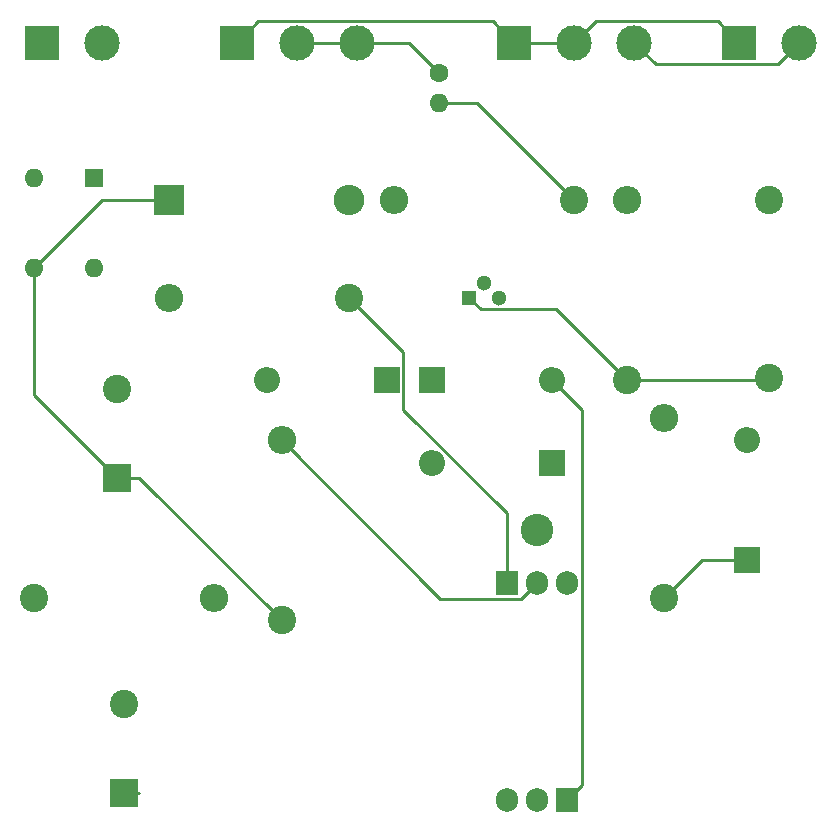
<source format=gbr>
%TF.GenerationSoftware,KiCad,Pcbnew,(5.1.12-1-10_14)*%
%TF.CreationDate,2022-01-02T10:15:02-08:00*%
%TF.ProjectId,bias-supply,62696173-2d73-4757-9070-6c792e6b6963,1.0*%
%TF.SameCoordinates,Original*%
%TF.FileFunction,Copper,L2,Bot*%
%TF.FilePolarity,Positive*%
%FSLAX46Y46*%
G04 Gerber Fmt 4.6, Leading zero omitted, Abs format (unit mm)*
G04 Created by KiCad (PCBNEW (5.1.12-1-10_14)) date 2022-01-02 10:15:02*
%MOMM*%
%LPD*%
G01*
G04 APERTURE LIST*
%TA.AperFunction,ComponentPad*%
%ADD10O,1.600000X1.600000*%
%TD*%
%TA.AperFunction,ComponentPad*%
%ADD11C,1.600000*%
%TD*%
%TA.AperFunction,ComponentPad*%
%ADD12C,2.750000*%
%TD*%
%TA.AperFunction,ComponentPad*%
%ADD13R,2.400000X2.400000*%
%TD*%
%TA.AperFunction,ComponentPad*%
%ADD14C,2.400000*%
%TD*%
%TA.AperFunction,ComponentPad*%
%ADD15R,1.600000X1.600000*%
%TD*%
%TA.AperFunction,ComponentPad*%
%ADD16R,2.600000X2.600000*%
%TD*%
%TA.AperFunction,ComponentPad*%
%ADD17O,2.600000X2.600000*%
%TD*%
%TA.AperFunction,ComponentPad*%
%ADD18R,2.200000X2.200000*%
%TD*%
%TA.AperFunction,ComponentPad*%
%ADD19O,2.200000X2.200000*%
%TD*%
%TA.AperFunction,ComponentPad*%
%ADD20R,3.000000X3.000000*%
%TD*%
%TA.AperFunction,ComponentPad*%
%ADD21C,3.000000*%
%TD*%
%TA.AperFunction,ComponentPad*%
%ADD22R,1.905000X2.000000*%
%TD*%
%TA.AperFunction,ComponentPad*%
%ADD23O,1.905000X2.000000*%
%TD*%
%TA.AperFunction,ComponentPad*%
%ADD24C,1.300000*%
%TD*%
%TA.AperFunction,ComponentPad*%
%ADD25R,1.300000X1.300000*%
%TD*%
%TA.AperFunction,ComponentPad*%
%ADD26O,2.400000X2.400000*%
%TD*%
%TA.AperFunction,Conductor*%
%ADD27C,0.250000*%
%TD*%
G04 APERTURE END LIST*
D10*
%TO.P,R7,2*%
%TO.N,Net-(D5-Pad2)*%
X139700000Y-69215000D03*
D11*
%TO.P,R7,1*%
%TO.N,Net-(R7-Pad1)*%
X139700000Y-66675000D03*
%TD*%
D12*
%TO.P,REF\u002A\u002A,*%
%TO.N,*%
X147955000Y-105410000D03*
%TD*%
D13*
%TO.P,C1,1*%
%TO.N,GND*%
X112395000Y-100965000D03*
D14*
%TO.P,C1,2*%
%TO.N,Net-(C1-Pad2)*%
X112395000Y-93465000D03*
%TD*%
%TO.P,C2,2*%
%TO.N,Net-(C2-Pad2)*%
X113030000Y-120135000D03*
D13*
%TO.P,C2,1*%
%TO.N,GND*%
X113030000Y-127635000D03*
%TD*%
D14*
%TO.P,C3,1*%
%TO.N,GND*%
X167640000Y-77470000D03*
%TO.P,C3,2*%
%TO.N,Net-(C3-Pad2)*%
X167640000Y-92470000D03*
%TD*%
D10*
%TO.P,D1,4*%
%TO.N,Net-(C1-Pad2)*%
X110490000Y-83185000D03*
%TO.P,D1,2*%
%TO.N,Net-(D1-Pad2)*%
X105410000Y-75565000D03*
%TO.P,D1,3*%
%TO.N,GND*%
X105410000Y-83185000D03*
D15*
%TO.P,D1,1*%
%TO.N,Net-(D1-Pad1)*%
X110490000Y-75565000D03*
%TD*%
D16*
%TO.P,D2,1*%
%TO.N,GND*%
X116840000Y-77470000D03*
D17*
%TO.P,D2,2*%
%TO.N,Net-(D2-Pad2)*%
X132080000Y-77470000D03*
%TD*%
D18*
%TO.P,D3,1*%
%TO.N,Net-(D3-Pad1)*%
X135255000Y-92710000D03*
D19*
%TO.P,D3,2*%
%TO.N,Net-(C2-Pad2)*%
X125095000Y-92710000D03*
%TD*%
%TO.P,D4,2*%
%TO.N,Net-(D3-Pad1)*%
X139065000Y-99695000D03*
D18*
%TO.P,D4,1*%
%TO.N,Net-(D4-Pad1)*%
X149225000Y-99695000D03*
%TD*%
%TO.P,D5,1*%
%TO.N,Net-(C3-Pad2)*%
X139065000Y-92710000D03*
D19*
%TO.P,D5,2*%
%TO.N,Net-(D5-Pad2)*%
X149225000Y-92710000D03*
%TD*%
%TO.P,D6,2*%
%TO.N,Net-(C3-Pad2)*%
X165735000Y-97790000D03*
D18*
%TO.P,D6,1*%
%TO.N,GND*%
X165735000Y-107950000D03*
%TD*%
D20*
%TO.P,J1,1*%
%TO.N,Net-(D1-Pad2)*%
X106045000Y-64135000D03*
D21*
%TO.P,J1,2*%
%TO.N,Net-(D1-Pad1)*%
X111125000Y-64135000D03*
%TD*%
D22*
%TO.P,Q1,1*%
%TO.N,Net-(D2-Pad2)*%
X145415000Y-109855000D03*
D23*
%TO.P,Q1,2*%
%TO.N,Net-(C2-Pad2)*%
X147955000Y-109855000D03*
%TO.P,Q1,3*%
%TO.N,Net-(D3-Pad1)*%
X150495000Y-109855000D03*
%TD*%
%TO.P,Q2,3*%
%TO.N,Net-(D4-Pad1)*%
X145415000Y-128270000D03*
%TO.P,Q2,2*%
%TO.N,Net-(D3-Pad1)*%
X147955000Y-128270000D03*
D22*
%TO.P,Q2,1*%
%TO.N,Net-(D5-Pad2)*%
X150495000Y-128270000D03*
%TD*%
D24*
%TO.P,Q3,2*%
%TO.N,Net-(D5-Pad2)*%
X143520000Y-84455000D03*
%TO.P,Q3,3*%
%TO.N,Net-(D4-Pad1)*%
X144780000Y-85725000D03*
D25*
%TO.P,Q3,1*%
%TO.N,Net-(C3-Pad2)*%
X142240000Y-85725000D03*
%TD*%
D14*
%TO.P,R1,1*%
%TO.N,Net-(C1-Pad2)*%
X105410000Y-111125000D03*
D26*
%TO.P,R1,2*%
%TO.N,Net-(C2-Pad2)*%
X120650000Y-111125000D03*
%TD*%
%TO.P,R2,2*%
%TO.N,Net-(C2-Pad2)*%
X126365000Y-97790000D03*
D14*
%TO.P,R2,1*%
%TO.N,GND*%
X126365000Y-113030000D03*
%TD*%
%TO.P,R3,1*%
%TO.N,Net-(D2-Pad2)*%
X132080000Y-85725000D03*
D26*
%TO.P,R3,2*%
%TO.N,Net-(C2-Pad2)*%
X116840000Y-85725000D03*
%TD*%
%TO.P,R4,2*%
%TO.N,Net-(D3-Pad1)*%
X135890000Y-77470000D03*
D14*
%TO.P,R4,1*%
%TO.N,Net-(D5-Pad2)*%
X151130000Y-77470000D03*
%TD*%
%TO.P,R5,1*%
%TO.N,Net-(C3-Pad2)*%
X155575000Y-92710000D03*
D26*
%TO.P,R5,2*%
%TO.N,Net-(D4-Pad1)*%
X155575000Y-77470000D03*
%TD*%
%TO.P,R6,2*%
%TO.N,Net-(C3-Pad2)*%
X158750000Y-95885000D03*
D14*
%TO.P,R6,1*%
%TO.N,GND*%
X158750000Y-111125000D03*
%TD*%
D20*
%TO.P,RV1,1*%
%TO.N,GND*%
X122555000Y-64135000D03*
D21*
%TO.P,RV1,2*%
%TO.N,Net-(R7-Pad1)*%
X127635000Y-64135000D03*
%TO.P,RV1,3*%
X132715000Y-64135000D03*
%TD*%
D20*
%TO.P,J3,1*%
%TO.N,GND*%
X165100000Y-64135000D03*
D21*
%TO.P,J3,2*%
%TO.N,Net-(C3-Pad2)*%
X170180000Y-64135000D03*
%TD*%
D20*
%TO.P,J2,1*%
%TO.N,GND*%
X146050000Y-64135000D03*
D21*
%TO.P,J2,2*%
X151130000Y-64135000D03*
%TO.P,J2,3*%
%TO.N,Net-(C3-Pad2)*%
X156210000Y-64135000D03*
%TD*%
D27*
%TO.N,GND*%
X111125000Y-77470000D02*
X116840000Y-77470000D01*
X105410000Y-83185000D02*
X111125000Y-77470000D01*
X113030000Y-127635000D02*
X114300000Y-127635000D01*
X105410000Y-93980000D02*
X112395000Y-100965000D01*
X105410000Y-83185000D02*
X105410000Y-93980000D01*
X112395000Y-100965000D02*
X113845000Y-100965000D01*
X161925000Y-107950000D02*
X158750000Y-111125000D01*
X165735000Y-107950000D02*
X161925000Y-107950000D01*
X114300000Y-100965000D02*
X112395000Y-100965000D01*
X126365000Y-113030000D02*
X114300000Y-100965000D01*
X152955001Y-62309999D02*
X151130000Y-64135000D01*
X163274999Y-62309999D02*
X152955001Y-62309999D01*
X165100000Y-64135000D02*
X163274999Y-62309999D01*
X151130000Y-64135000D02*
X146050000Y-64135000D01*
X124380001Y-62309999D02*
X122555000Y-64135000D01*
X144224999Y-62309999D02*
X124380001Y-62309999D01*
X146050000Y-64135000D02*
X144224999Y-62309999D01*
%TO.N,Net-(C2-Pad2)*%
X139755001Y-111180001D02*
X146629999Y-111180001D01*
X146629999Y-111180001D02*
X147955000Y-109855000D01*
X126365000Y-97790000D02*
X139755001Y-111180001D01*
%TO.N,Net-(C3-Pad2)*%
X149565001Y-86700001D02*
X155575000Y-92710000D01*
X143215001Y-86700001D02*
X149565001Y-86700001D01*
X142240000Y-85725000D02*
X143215001Y-86700001D01*
X167400000Y-92710000D02*
X167640000Y-92470000D01*
X155575000Y-92710000D02*
X167400000Y-92710000D01*
X158035001Y-65960001D02*
X156210000Y-64135000D01*
X168354999Y-65960001D02*
X158035001Y-65960001D01*
X170180000Y-64135000D02*
X168354999Y-65960001D01*
%TO.N,Net-(D2-Pad2)*%
X136680001Y-90325001D02*
X132080000Y-85725000D01*
X145415000Y-103935998D02*
X136680001Y-95200999D01*
X136680001Y-95200999D02*
X136680001Y-90325001D01*
X145415000Y-109855000D02*
X145415000Y-103935998D01*
%TO.N,Net-(D5-Pad2)*%
X151772510Y-126992490D02*
X150495000Y-128270000D01*
X151772510Y-95257510D02*
X151772510Y-126992490D01*
X149225000Y-92710000D02*
X151772510Y-95257510D01*
X142875000Y-69215000D02*
X151130000Y-77470000D01*
X139700000Y-69215000D02*
X142875000Y-69215000D01*
%TO.N,Net-(R7-Pad1)*%
X127635000Y-64135000D02*
X132715000Y-64135000D01*
X137160000Y-64135000D02*
X139700000Y-66675000D01*
X132715000Y-64135000D02*
X137160000Y-64135000D01*
%TD*%
M02*

</source>
